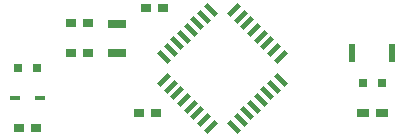
<source format=gtp>
G04*
G04 #@! TF.GenerationSoftware,Altium Limited,Altium Designer,23.5.1 (21)*
G04*
G04 Layer_Color=8421504*
%FSLAX25Y25*%
%MOIN*%
G70*
G04*
G04 #@! TF.SameCoordinates,D9CCEF5A-5521-415F-BE8B-602E9C6E1BA1*
G04*
G04*
G04 #@! TF.FilePolarity,Positive*
G04*
G01*
G75*
%ADD14R,0.06087X0.02937*%
%ADD15R,0.03531X0.03137*%
%ADD16R,0.03340X0.01175*%
G04:AMPARAMS|DCode=17|XSize=15.65mil|YSize=49.12mil|CornerRadius=0mil|HoleSize=0mil|Usage=FLASHONLY|Rotation=225.000|XOffset=0mil|YOffset=0mil|HoleType=Round|Shape=Rectangle|*
%AMROTATEDRECTD17*
4,1,4,-0.01183,0.02290,0.02290,-0.01183,0.01183,-0.02290,-0.02290,0.01183,-0.01183,0.02290,0.0*
%
%ADD17ROTATEDRECTD17*%

G04:AMPARAMS|DCode=18|XSize=15.65mil|YSize=49.12mil|CornerRadius=0mil|HoleSize=0mil|Usage=FLASHONLY|Rotation=135.000|XOffset=0mil|YOffset=0mil|HoleType=Round|Shape=Rectangle|*
%AMROTATEDRECTD18*
4,1,4,0.02290,0.01183,-0.01183,-0.02290,-0.02290,-0.01183,0.01183,0.02290,0.02290,0.01183,0.0*
%
%ADD18ROTATEDRECTD18*%

%ADD19R,0.02940X0.02743*%
%ADD20R,0.03924X0.02547*%
%ADD21R,0.02350X0.05893*%
D14*
X60000Y49921D02*
D03*
Y40079D02*
D03*
D15*
X44646Y50000D02*
D03*
X50354D02*
D03*
X44646Y40000D02*
D03*
X50354D02*
D03*
X75354Y55000D02*
D03*
X69646D02*
D03*
X72854Y20000D02*
D03*
X67146D02*
D03*
X32854Y15000D02*
D03*
X27146D02*
D03*
D16*
X34232Y25000D02*
D03*
X25768D02*
D03*
D17*
X98897Y15513D02*
D03*
X101125Y17740D02*
D03*
X103352Y19967D02*
D03*
X105579Y22194D02*
D03*
X107806Y24421D02*
D03*
X110033Y26648D02*
D03*
X112260Y28875D02*
D03*
X114487Y31103D02*
D03*
X91103Y54487D02*
D03*
X88876Y52260D02*
D03*
X86648Y50033D02*
D03*
X84421Y47806D02*
D03*
X82194Y45579D02*
D03*
X79967Y43352D02*
D03*
X77740Y41125D02*
D03*
X75513Y38897D02*
D03*
D18*
X114487D02*
D03*
X112260Y41125D02*
D03*
X110033Y43352D02*
D03*
X107806Y45579D02*
D03*
X105579Y47806D02*
D03*
X103352Y50033D02*
D03*
X101125Y52260D02*
D03*
X98897Y54487D02*
D03*
X75513Y31103D02*
D03*
X77740Y28875D02*
D03*
X79967Y26648D02*
D03*
X82194Y24421D02*
D03*
X84421Y22194D02*
D03*
X86648Y19967D02*
D03*
X88876Y17740D02*
D03*
X91103Y15513D02*
D03*
D19*
X141949Y30000D02*
D03*
X148051D02*
D03*
X33051Y35000D02*
D03*
X26949D02*
D03*
D20*
X148051Y20000D02*
D03*
X141949D02*
D03*
D21*
X151693Y40000D02*
D03*
X138307D02*
D03*
M02*

</source>
